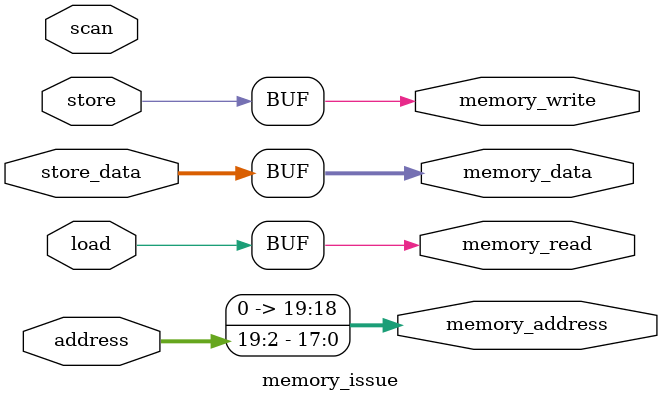
<source format=v>
/** @module : memory_issue
 *  @author : Adaptive & Secure Computing Systems (ASCS) Laboratory

 *  Copyright (c) 2019 BRISC-V (ASCS/ECE/BU)
 *  Permission is hereby granted, free of charge, to any person obtaining a copy
 *  of this software and associated documentation files (the "Software"), to deal
 *  in the Software without restriction, including without limitation the rights
 *  to use, copy, modify, merge, publish, distribute, sublicense, and/or sell
 *  copies of the Software, and to permit persons to whom the Software is
 *  furnished to do so, subject to the following conditions:
 *  The above copyright notice and this permission notice shall be included in
 *  all copies or substantial portions of the Software.

 *  THE SOFTWARE IS PROVIDED "AS IS", WITHOUT WARRANTY OF ANY KIND, EXPRESS OR
 *  IMPLIED, INCLUDING BUT NOT LIMITED TO THE WARRANTIES OF MERCHANTABILITY,
 *  FITNESS FOR A PARTICULAR PURPOSE AND NONINFRINGEMENT. IN NO EVENT SHALL THE
 *  AUTHORS OR COPYRIGHT HOLDERS BE LIABLE FOR ANY CLAIM, DAMAGES OR OTHER
 *  LIABILITY, WHETHER IN AN ACTION OF CONTRACT, TORT OR OTHERWISE, ARISING FROM,
 *  OUT OF OR IN CONNECTION WITH THE SOFTWARE OR THE USE OR OTHER DEALINGS IN
 *  THE SOFTWARE.
 */

module memory_issue #(
  parameter CORE            =    0,
  parameter DATA_WIDTH      =   32,
  parameter ADDRESS_BITS    =   20,
  parameter SCAN_CYCLES_MIN =    0,
  parameter SCAN_CYCLES_MAX = 1000
) (

  // Execute stage interface
  input load,
  input store,
  input [ADDRESS_BITS-1:0] address,
  input [DATA_WIDTH-1:0] store_data,

  // Memory interface
  output memory_read,
  output memory_write,
  output [ADDRESS_BITS-1:0] memory_address,
  output [DATA_WIDTH-1:0] memory_data,

  // Scan signal
  input scan

);


assign memory_read    = load;
assign memory_write   = store;
assign memory_address = address >> 2;
assign memory_data    = store_data;

endmodule

</source>
